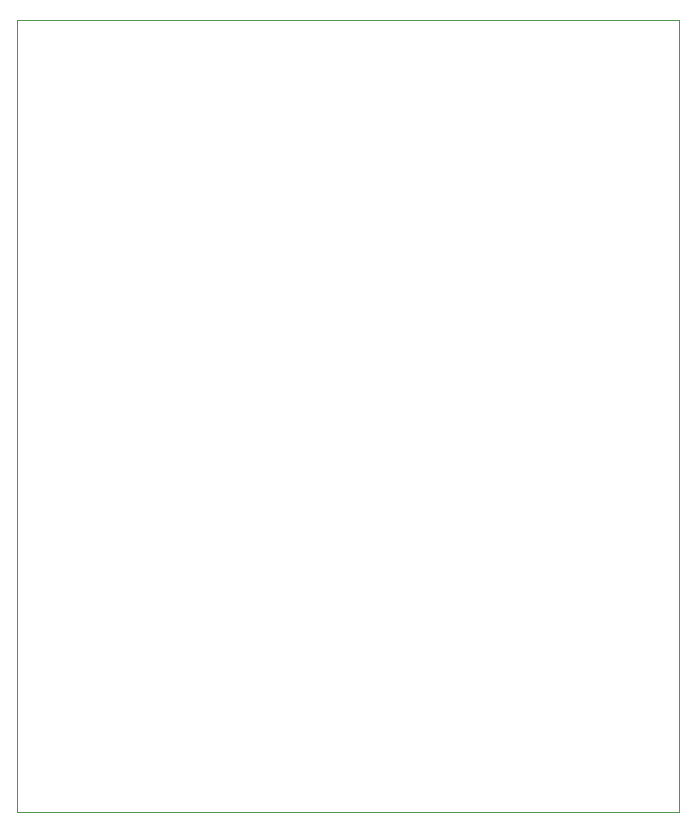
<source format=gbr>
%TF.GenerationSoftware,KiCad,Pcbnew,5.0.1*%
%TF.CreationDate,2019-03-18T19:51:21+00:00*%
%TF.ProjectId,cw308_fe310,63773330385F66653331302E6B696361,rev?*%
%TF.SameCoordinates,Original*%
%TF.FileFunction,Profile,NP*%
%FSLAX46Y46*%
G04 Gerber Fmt 4.6, Leading zero omitted, Abs format (unit mm)*
G04 Created by KiCad (PCBNEW 5.0.1) date Mon 18 Mar 2019 07:51:21 PM UTC*
%MOMM*%
%LPD*%
G01*
G04 APERTURE LIST*
%ADD10C,0.100000*%
G04 APERTURE END LIST*
D10*
X118000000Y-57000000D02*
X118000000Y-58000000D01*
X119000000Y-57000000D02*
X118000000Y-57000000D01*
X174000000Y-57000000D02*
X172000000Y-57000000D01*
X174000000Y-58000000D02*
X174000000Y-57000000D01*
X174000000Y-124000000D02*
X174000000Y-123000000D01*
X173000000Y-124000000D02*
X174000000Y-124000000D01*
X118000000Y-124000000D02*
X118000000Y-123000000D01*
X119000000Y-124000000D02*
X118000000Y-124000000D01*
X119000000Y-124000000D02*
X173000000Y-124000000D01*
X118000000Y-123000000D02*
X118000000Y-58000000D01*
X174000000Y-58000000D02*
X174000000Y-123000000D01*
X119000000Y-57000000D02*
X172000000Y-57000000D01*
M02*

</source>
